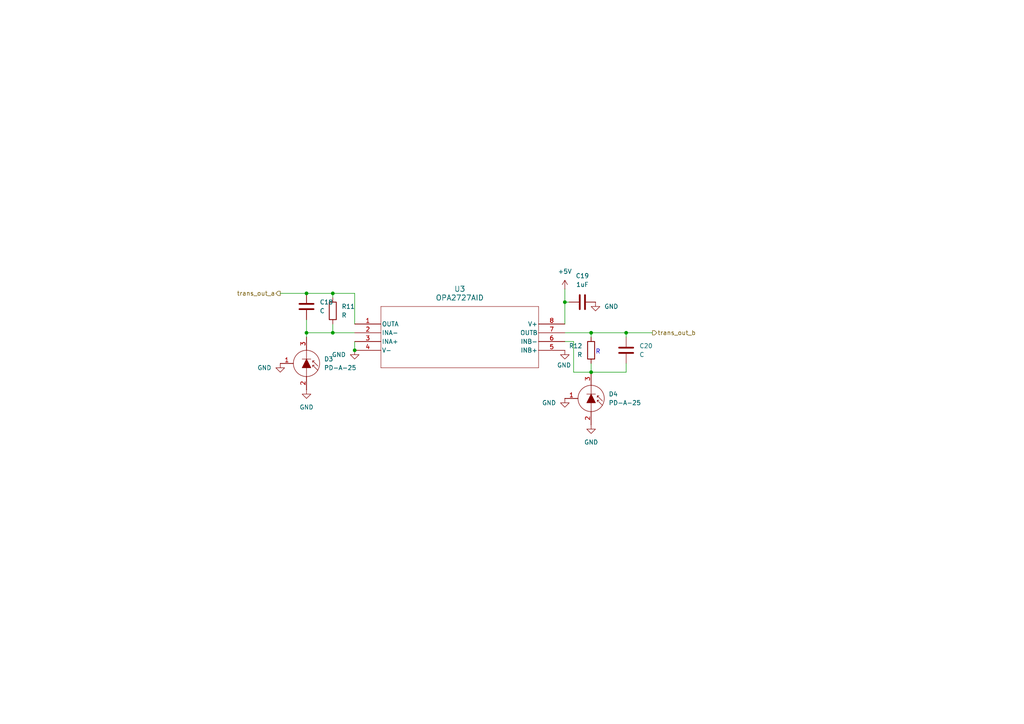
<source format=kicad_sch>
(kicad_sch (version 20240716) (generator "eeschema") (generator_version "8.99")
  (paper "A4")
  (lib_symbols
    (symbol "Device:C" (pin_numbers hide) (pin_names (offset 0.254))
      (property "Reference" "C" (at 0.635 2.54 0))
      (property "Value" "C" (at 0.635 -2.54 0))
      (symbol "C_0_1"
        (polyline (pts (xy -2.032 0.762) (xy 2.032 0.762)) (stroke (width 0.508)))
        (polyline (pts (xy -2.032 -0.762) (xy 2.032 -0.762)) (stroke (width 0.508)))
      )
      (symbol "C_1_1"
        (pin passive line (at 0 3.81 270) (length 2.794) (name "~") (number "1"))
        (pin passive line (at 0 -3.81 90) (length 2.794) (name "~") (number "2"))
      )
    )
    (symbol "Device:R" (pin_numbers hide) (pin_names (offset 0))
      (property "Reference" "R" (at 2.032 0 90))
      (property "Value" "R" (at 0 0 90))
      (symbol "R_0_1"
        (rectangle (start -1.016 -2.54) (end 1.016 2.54) (stroke (width 0.254)))
      )
      (symbol "R_1_1"
        (pin passive line (at 0 3.81 270) (length 1.27) (name "~") (number "1"))
        (pin passive line (at 0 -3.81 90) (length 1.27) (name "~") (number "2"))
      )
    )
    (symbol "Operational_amplifiers:OPA2727AID" (pin_names (offset 0.254))
      (property "Reference" "U" (at 30.48 10.16 0))
      (property "Value" "OPA2727AID" (at 30.48 7.62 0))
      (symbol "OPA2727AID_0_1"
        (polyline (pts (xy 7.62 5.08) (xy 7.62 -12.7)) (stroke (width 0.127)))
        (polyline (pts (xy 7.62 -12.7) (xy 53.34 -12.7)) (stroke (width 0.127)))
        (polyline (pts (xy 53.34 5.08) (xy 7.62 5.08)) (stroke (width 0.127)))
        (polyline (pts (xy 53.34 -12.7) (xy 53.34 5.08)) (stroke (width 0.127)))
        (pin output line (at 0 0 0) (length 7.62) (name "OUTA") (number "1"))
        (pin input line (at 0 -2.54 0) (length 7.62) (name "INA-") (number "2"))
        (pin input line (at 0 -5.08 0) (length 7.62) (name "INA+") (number "3"))
        (pin power_in line (at 0 -7.62 0) (length 7.62) (name "V-") (number "4"))
        (pin power_in line (at 60.96 0 180) (length 7.62) (name "V+") (number "8"))
        (pin output line (at 60.96 -2.54 180) (length 7.62) (name "OUTB") (number "7"))
        (pin input line (at 60.96 -5.08 180) (length 7.62) (name "INB-") (number "6"))
        (pin input line (at 60.96 -7.62 180) (length 7.62) (name "INB+") (number "5"))
      )
    )
    (symbol "custom:PD-A-25" (pin_names (offset 0.254) hide)
      (property "Reference" "D" (at 2.54 -5.08 0))
      (property "Value" "PD-A-25" (at 5.08 5.08 0))
      (symbol "PD-A-25_0_1"
        (polyline (pts (xy -1.27 1.27) (xy -1.27 -1.27)) (stroke (width 0.1524)))
        (polyline (pts (xy -1.27 0) (xy 1.27 1.27) (xy 1.27 -1.27) (xy -1.27 0)) (fill (type outline)))
        (polyline (pts (xy -1.27 0) (xy -3.81 0)))
        (polyline (pts (xy -0.762 1.778) (xy -0.254 1.778)))
        (circle (center 0 0) (radius 3.81))
        (polyline (pts (xy 0.762 3.302) (xy -0.762 1.778) (xy -0.762 2.286)))
        (polyline (pts (xy 2.032 3.302) (xy 0.508 1.778) (xy 0.508 2.286) (xy 0.508 1.778) (xy 1.016 1.778)))
        (polyline (pts (xy 3.81 0) (xy 1.27 0)))
      )
      (symbol "PD-A-25_1_0"
        (pin passive line (at 0 -7.62 90) (length 3.81) (name "C") (number "1"))
      )
      (symbol "PD-A-25_1_1"
        (pin passive line (at -7.62 0 0) (length 3.81) (name "K") (number "3"))
        (pin passive line (at 7.62 0 180) (length 3.81) (name "A") (number "2"))
      )
    )
    (symbol "power:+5V" (power) (pin_numbers hide) (pin_names (offset 0) hide)
      (property "Value" "+5V" (at 0 3.556 0))
      (symbol "+5V_0_1"
        (polyline (pts (xy -0.762 1.27) (xy 0 2.54)))
        (polyline (pts (xy 0 2.54) (xy 0.762 1.27)))
        (polyline (pts (xy 0 0) (xy 0 2.54)))
      )
      (symbol "+5V_1_1"
        (pin power_in line (at 0 0 90) (length 0) (name "~") (number "1"))
      )
    )
    (symbol "power:GND" (power) (pin_numbers hide) (pin_names (offset 0) hide)
      (property "Value" "GND" (at 0 -3.81 0))
      (symbol "GND_0_1"
        (polyline (pts (xy 0 0) (xy 0 -1.27) (xy 1.27 -1.27) (xy 0 -2.54) (xy -1.27 -1.27) (xy 0 -1.27)))
      )
      (symbol "GND_1_1"
        (pin power_in line (at 0 0 270) (length 0) (name "~") (number "1"))
      )
    )
  )
  (text "R" (at 172.72 102.87 0) (effects (font (size 1.27 1.27)) (justify left bottom)))
  (junction (at 88.9 96.52))
  (junction (at 181.61 96.52))
  (junction (at 163.83 87.63))
  (junction (at 96.52 85.09))
  (junction (at 96.52 96.52))
  (junction (at 171.45 107.95))
  (junction (at 171.45 96.52))
  (junction (at 102.87 101.6))
  (junction (at 88.9 85.09))
  (wire (pts (xy 81.28 85.09) (xy 88.9 85.09)))
  (wire (pts (xy 181.61 96.52) (xy 181.61 97.79)))
  (wire (pts (xy 88.9 85.09) (xy 96.52 85.09)))
  (wire (pts (xy 163.83 96.52) (xy 171.45 96.52)))
  (wire (pts (xy 171.45 107.95) (xy 181.61 107.95)))
  (wire (pts (xy 171.45 107.95) (xy 171.45 105.41)))
  (wire (pts (xy 163.83 87.63) (xy 165.1 87.63)))
  (wire (pts (xy 102.87 85.09) (xy 96.52 85.09)))
  (wire (pts (xy 96.52 86.36) (xy 96.52 85.09)))
  (wire (pts (xy 102.87 93.98) (xy 102.87 85.09)))
  (wire (pts (xy 102.87 99.06) (xy 102.87 101.6)))
  (wire (pts (xy 171.45 96.52) (xy 171.45 97.79)))
  (wire (pts (xy 171.45 96.52) (xy 181.61 96.52)))
  (wire (pts (xy 163.83 83.82) (xy 163.83 87.63)))
  (wire (pts (xy 166.37 99.06) (xy 166.37 107.95)))
  (wire (pts (xy 88.9 92.71) (xy 88.9 96.52)))
  (wire (pts (xy 88.9 97.79) (xy 88.9 96.52)))
  (wire (pts (xy 163.83 87.63) (xy 163.83 93.98)))
  (wire (pts (xy 181.61 96.52) (xy 189.23 96.52)))
  (wire (pts (xy 163.83 99.06) (xy 166.37 99.06)))
  (wire (pts (xy 96.52 93.98) (xy 96.52 96.52)))
  (wire (pts (xy 88.9 96.52) (xy 96.52 96.52)))
  (wire (pts (xy 181.61 107.95) (xy 181.61 105.41)))
  (wire (pts (xy 166.37 107.95) (xy 171.45 107.95)))
  (wire (pts (xy 96.52 96.52) (xy 102.87 96.52)))
  (hierarchical_label "trans_out_b" (shape output) (at 189.23 96.52 0))
  (hierarchical_label "trans_out_a" (shape output) (at 81.28 85.09 180))
  (symbol (lib_id "power:GND") (at 88.9 113.03 0) (unit 1)
    (property "Reference" "#PWR026" (effects (hide yes)))
    (property "Value" "GND" (at 88.9 118.11 0))
    (property "Description" "Power symbol creates a global label with name \"GND\" , ground" (effects (hide yes)))
    (instances (project "esp32_ads1256" (path "" (reference "#PWR026") (unit 1)) (path "" (reference "#PWR034") (unit 1)) (path "" (reference "#PWR018") (unit 1)) (path "" (reference "#PWR042") (unit 1))))
  )
  (symbol (lib_id "power:GND") (at 163.83 101.6 0) (unit 1)
    (property "Reference" "#PWR029" (effects (hide yes)))
    (property "Value" "GND" (at 161.544 105.918 0) (effects (justify left)))
    (property "Description" "Power symbol creates a global label with name \"GND\" , ground" (effects (hide yes)))
    (instances (project "esp32_ads1256" (path "" (reference "#PWR029") (unit 1)) (path "" (reference "#PWR037") (unit 1)) (path "" (reference "#PWR021") (unit 1)) (path "" (reference "#PWR045") (unit 1))))
  )
  (symbol (lib_id "power:+5V") (at 163.83 83.82 0) (unit 1)
    (property "Reference" "#PWR028" (effects (hide yes)))
    (property "Value" "+5V" (at 163.83 78.74 0))
    (property "Description" "Power symbol creates a global label with name \"+5V\"" (effects (hide yes)))
    (instances (project "esp32_ads1256" (path "" (reference "#PWR028") (unit 1)) (path "" (reference "#PWR036") (unit 1)) (path "" (reference "#PWR020") (unit 1)) (path "" (reference "#PWR044") (unit 1))))
  )
  (symbol (lib_id "power:GND") (at 171.45 123.19 0) (unit 1)
    (property "Reference" "#PWR031" (effects (hide yes)))
    (property "Value" "GND" (at 171.45 128.27 0))
    (property "Description" "Power symbol creates a global label with name \"GND\" , ground" (effects (hide yes)))
    (instances (project "esp32_ads1256" (path "" (reference "#PWR031") (unit 1)) (path "" (reference "#PWR039") (unit 1)) (path "" (reference "#PWR023") (unit 1)) (path "" (reference "#PWR047") (unit 1))))
  )
  (symbol (lib_id "power:GND") (at 172.72 87.63 0) (unit 1)
    (property "Reference" "#PWR032" (effects (hide yes)))
    (property "Value" "GND" (at 175.26 88.8999 0) (effects (justify left)))
    (property "Description" "Power symbol creates a global label with name \"GND\" , ground" (effects (hide yes)))
    (instances (project "esp32_ads1256" (path "" (reference "#PWR032") (unit 1)) (path "" (reference "#PWR040") (unit 1)) (path "" (reference "#PWR024") (unit 1)) (path "" (reference "#PWR048") (unit 1))))
  )
  (symbol (lib_id "Device:C") (at 181.61 101.6 0) (mirror y) (unit 1)
    (property "Reference" "C20" (at 185.42 100.3299 0) (effects (justify right)))
    (property "Value" "C" (at 185.42 102.8699 0) (effects (justify right)))
    (property "Footprint" "Capacitor_SMD:C_0805_2012Metric_Pad1.18x1.45mm_HandSolder" (effects (hide yes)))
    (instances (project "esp32_ads1256" (path "" (reference "C20") (unit 1)) (path "" (reference "C23") (unit 1)) (path "" (reference "C17") (unit 1)) (path "" (reference "C26") (unit 1))))
  )
  (symbol (lib_id "Device:R") (at 171.45 101.6 0) (mirror x) (unit 1)
    (property "Reference" "R12" (at 168.91 100.3299 0) (effects (justify right)))
    (property "Value" "R" (at 168.91 102.8699 0) (effects (justify right)))
    (property "Footprint" "Resistor_SMD:R_0805_2012Metric_Pad1.20x1.40mm_HandSolder" (effects (hide yes)))
    (instances (project "esp32_ads1256" (path "" (reference "R12") (unit 1)) (path "" (reference "R14") (unit 1)) (path "" (reference "R10") (unit 1)) (path "" (reference "R16") (unit 1))))
  )
  (symbol (lib_id "Device:R") (at 96.52 90.17 180) (unit 1)
    (property "Reference" "R11" (at 99.06 88.8999 0) (effects (justify right)))
    (property "Value" "R" (at 99.06 91.4399 0) (effects (justify right)))
    (property "Footprint" "Resistor_SMD:R_0805_2012Metric_Pad1.20x1.40mm_HandSolder" (effects (hide yes)))
    (instances (project "esp32_ads1256" (path "" (reference "R11") (unit 1)) (path "" (reference "R13") (unit 1)) (path "" (reference "R9") (unit 1)) (path "" (reference "R15") (unit 1))))
  )
  (symbol (lib_id "power:GND") (at 102.87 101.6 0) (unit 1)
    (property "Reference" "#PWR027" (effects (hide yes)))
    (property "Value" "GND" (at 100.33 102.8699 0) (effects (justify right)))
    (property "Description" "Power symbol creates a global label with name \"GND\" , ground" (effects (hide yes)))
    (instances (project "esp32_ads1256" (path "" (reference "#PWR027") (unit 1)) (path "" (reference "#PWR035") (unit 1)) (path "" (reference "#PWR019") (unit 1)) (path "" (reference "#PWR043") (unit 1))))
  )
  (symbol (lib_id "Operational_amplifiers:OPA2727AID") (at 102.87 93.98 0) (unit 1)
    (property "Reference" "U3" (at 133.35 83.82 0) (effects (font (size 1.524 1.524))))
    (property "Value" "OPA2727AID" (at 133.35 86.36 0) (effects (font (size 1.524 1.524))))
    (property "Footprint" "local:opa2727_D8" (effects (hide yes)))
    (property "Datasheet" "OPA2727AID" (effects (hide yes)))
    (property "Sim.Library" "/media/Arquivos/spice_models/sbom712/OPA2727_PSPICE_AIO/OPA2727.LIB" (effects (hide yes)))
    (property "Sim.Name" "OPA2727" (effects (hide yes)))
    (property "Sim.Pins" "1=3 2=2 3=7 4=4 5=6" (effects (hide yes)))
    (instances (project "esp32_ads1256" (path "" (reference "U3") (unit 1)) (path "" (reference "U4") (unit 1)) (path "" (reference "U2") (unit 1)) (path "" (reference "U5") (unit 1))))
  )
  (symbol (lib_id "custom:PD-A-25") (at 88.9 105.41 270) (unit 1)
    (property "Reference" "D3" (at 93.98 104.1399 90) (effects (justify left)))
    (property "Value" "PD-A-25" (at 93.98 106.6799 90) (effects (justify left)))
    (property "Footprint" "Package_TO_SOT_THT:TO-18-3" (effects (hide yes)))
    (property "Datasheet" "https://www.hamamatsu.com/resources/pdf/ssd/s5971_etc_kpin1025e.pdf" (effects (hide yes)))
    (property "Description" "Si PIN Photodiode, 0.1 GHz, TO-18-3" (effects (hide yes)))
    (instances (project "esp32_ads1256" (path "" (reference "D3") (unit 1)) (path "" (reference "D5") (unit 1)) (path "" (reference "D1") (unit 1)) (path "" (reference "D7") (unit 1))))
  )
  (symbol (lib_id "power:GND") (at 81.28 105.41 0) (unit 1)
    (property "Reference" "#PWR025" (effects (hide yes)))
    (property "Value" "GND" (at 78.74 106.6799 0) (effects (justify right)))
    (property "Description" "Power symbol creates a global label with name \"GND\" , ground" (effects (hide yes)))
    (instances (project "esp32_ads1256" (path "" (reference "#PWR025") (unit 1)) (path "" (reference "#PWR033") (unit 1)) (path "" (reference "#PWR017") (unit 1)) (path "" (reference "#PWR041") (unit 1))))
  )
  (symbol (lib_id "Device:C") (at 88.9 88.9 0) (unit 1)
    (property "Reference" "C18" (at 92.71 87.6299 0) (effects (justify left)))
    (property "Value" "C" (at 92.71 90.1699 0) (effects (justify left)))
    (property "Footprint" "Capacitor_SMD:C_0805_2012Metric_Pad1.18x1.45mm_HandSolder" (effects (hide yes)))
    (instances (project "esp32_ads1256" (path "" (reference "C18") (unit 1)) (path "" (reference "C21") (unit 1)) (path "" (reference "C15") (unit 1)) (path "" (reference "C24") (unit 1))))
  )
  (symbol (lib_id "Device:C") (at 168.91 87.63 90) (unit 1)
    (property "Reference" "C19" (at 168.91 80.01 90))
    (property "Value" "1uF" (at 168.91 82.55 90))
    (property "Footprint" "Capacitor_SMD:C_0805_2012Metric_Pad1.18x1.45mm_HandSolder" (effects (hide yes)))
    (property "Description" "Unpolarized capacitor" (effects (hide yes)))
    (instances (project "esp32_ads1256" (path "" (reference "C19") (unit 1)) (path "" (reference "C22") (unit 1)) (path "" (reference "C16") (unit 1)) (path "" (reference "C25") (unit 1))))
  )
  (symbol (lib_id "custom:PD-A-25") (at 171.45 115.57 270) (unit 1)
    (property "Reference" "D4" (at 176.53 114.2999 90) (effects (justify left)))
    (property "Value" "PD-A-25" (at 176.53 116.8399 90) (effects (justify left)))
    (property "Footprint" "Package_TO_SOT_THT:TO-18-3" (effects (hide yes)))
    (property "Datasheet" "https://www.hamamatsu.com/resources/pdf/ssd/s5971_etc_kpin1025e.pdf" (effects (hide yes)))
    (property "Description" "Si PIN Photodiode, 0.1 GHz, TO-18-3" (effects (hide yes)))
    (instances (project "esp32_ads1256" (path "" (reference "D4") (unit 1)) (path "" (reference "D6") (unit 1)) (path "" (reference "D2") (unit 1)) (path "" (reference "D8") (unit 1))))
  )
  (symbol (lib_id "power:GND") (at 163.83 115.57 0) (unit 1)
    (property "Reference" "#PWR030" (effects (hide yes)))
    (property "Value" "GND" (at 161.29 116.8399 0) (effects (justify right)))
    (property "Description" "Power symbol creates a global label with name \"GND\" , ground" (effects (hide yes)))
    (instances (project "esp32_ads1256" (path "" (reference "#PWR030") (unit 1)) (path "" (reference "#PWR038") (unit 1)) (path "" (reference "#PWR022") (unit 1)) (path "" (reference "#PWR046") (unit 1))))
  )
)
</source>
